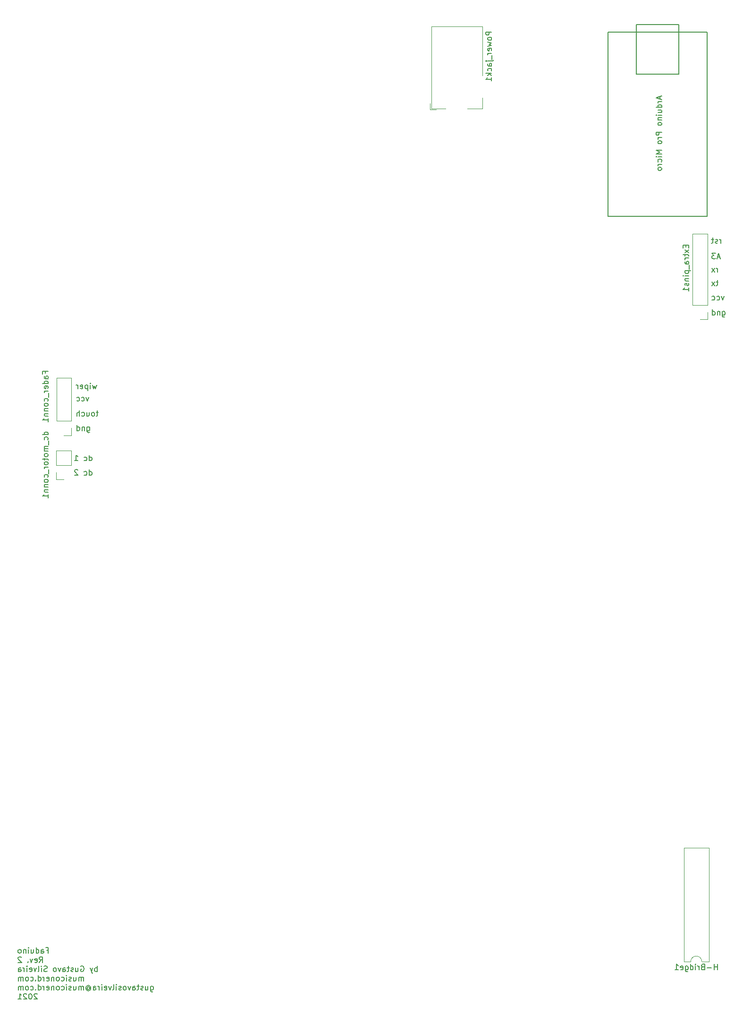
<source format=gbr>
%TF.GenerationSoftware,KiCad,Pcbnew,(5.1.7-0-10_14)*%
%TF.CreationDate,2021-09-21T18:25:25-03:00*%
%TF.ProjectId,Faduino-1,46616475-696e-46f2-9d31-2e6b69636164,1*%
%TF.SameCoordinates,Original*%
%TF.FileFunction,Legend,Bot*%
%TF.FilePolarity,Positive*%
%FSLAX46Y46*%
G04 Gerber Fmt 4.6, Leading zero omitted, Abs format (unit mm)*
G04 Created by KiCad (PCBNEW (5.1.7-0-10_14)) date 2021-09-21 18:25:25*
%MOMM*%
%LPD*%
G01*
G04 APERTURE LIST*
%ADD10C,0.150000*%
%ADD11C,0.120000*%
G04 APERTURE END LIST*
D10*
X184609524Y-80285714D02*
X184609524Y-81095238D01*
X184657143Y-81190476D01*
X184704762Y-81238095D01*
X184800000Y-81285714D01*
X184942857Y-81285714D01*
X185038095Y-81238095D01*
X184609524Y-80904761D02*
X184704762Y-80952380D01*
X184895238Y-80952380D01*
X184990476Y-80904761D01*
X185038095Y-80857142D01*
X185085714Y-80761904D01*
X185085714Y-80476190D01*
X185038095Y-80380952D01*
X184990476Y-80333333D01*
X184895238Y-80285714D01*
X184704762Y-80285714D01*
X184609524Y-80333333D01*
X184133333Y-80285714D02*
X184133333Y-80952380D01*
X184133333Y-80380952D02*
X184085714Y-80333333D01*
X183990476Y-80285714D01*
X183847619Y-80285714D01*
X183752381Y-80333333D01*
X183704762Y-80428571D01*
X183704762Y-80952380D01*
X182800000Y-80952380D02*
X182800000Y-79952380D01*
X182800000Y-80904761D02*
X182895238Y-80952380D01*
X183085714Y-80952380D01*
X183180952Y-80904761D01*
X183228571Y-80857142D01*
X183276190Y-80761904D01*
X183276190Y-80476190D01*
X183228571Y-80380952D01*
X183180952Y-80333333D01*
X183085714Y-80285714D01*
X182895238Y-80285714D01*
X182800000Y-80333333D01*
X184895238Y-77585714D02*
X184657142Y-78252380D01*
X184419047Y-77585714D01*
X183609523Y-78204761D02*
X183704761Y-78252380D01*
X183895238Y-78252380D01*
X183990476Y-78204761D01*
X184038095Y-78157142D01*
X184085714Y-78061904D01*
X184085714Y-77776190D01*
X184038095Y-77680952D01*
X183990476Y-77633333D01*
X183895238Y-77585714D01*
X183704761Y-77585714D01*
X183609523Y-77633333D01*
X182752380Y-78204761D02*
X182847619Y-78252380D01*
X183038095Y-78252380D01*
X183133333Y-78204761D01*
X183180952Y-78157142D01*
X183228571Y-78061904D01*
X183228571Y-77776190D01*
X183180952Y-77680952D01*
X183133333Y-77633333D01*
X183038095Y-77585714D01*
X182847619Y-77585714D01*
X182752380Y-77633333D01*
X183847619Y-74985714D02*
X183466666Y-74985714D01*
X183704761Y-74652380D02*
X183704761Y-75509523D01*
X183657142Y-75604761D01*
X183561904Y-75652380D01*
X183466666Y-75652380D01*
X183228571Y-75652380D02*
X182704761Y-74985714D01*
X183228571Y-74985714D02*
X182704761Y-75652380D01*
X183752380Y-73252380D02*
X183752380Y-72585714D01*
X183752380Y-72776190D02*
X183704761Y-72680952D01*
X183657142Y-72633333D01*
X183561904Y-72585714D01*
X183466666Y-72585714D01*
X183228570Y-73252380D02*
X182704761Y-72585714D01*
X183228570Y-72585714D02*
X182704761Y-73252380D01*
X184180952Y-70566666D02*
X183704762Y-70566666D01*
X184276190Y-70852380D02*
X183942857Y-69852380D01*
X183609524Y-70852380D01*
X183371428Y-69852380D02*
X182752381Y-69852380D01*
X183085714Y-70233333D01*
X182942857Y-70233333D01*
X182847619Y-70280952D01*
X182800000Y-70328571D01*
X182752381Y-70423809D01*
X182752381Y-70661904D01*
X182800000Y-70757142D01*
X182847619Y-70804761D01*
X182942857Y-70852380D01*
X183228571Y-70852380D01*
X183323809Y-70804761D01*
X183371428Y-70757142D01*
X184323809Y-68052380D02*
X184323809Y-67385714D01*
X184323809Y-67576190D02*
X184276190Y-67480952D01*
X184228571Y-67433333D01*
X184133333Y-67385714D01*
X184038095Y-67385714D01*
X183752381Y-68004761D02*
X183657143Y-68052380D01*
X183466666Y-68052380D01*
X183371428Y-68004761D01*
X183323809Y-67909523D01*
X183323809Y-67861904D01*
X183371428Y-67766666D01*
X183466666Y-67719047D01*
X183609524Y-67719047D01*
X183704762Y-67671428D01*
X183752381Y-67576190D01*
X183752381Y-67528571D01*
X183704762Y-67433333D01*
X183609524Y-67385714D01*
X183466666Y-67385714D01*
X183371428Y-67433333D01*
X183038095Y-67385714D02*
X182657143Y-67385714D01*
X182895238Y-67052380D02*
X182895238Y-67909523D01*
X182847619Y-68004761D01*
X182752381Y-68052380D01*
X182657143Y-68052380D01*
X71038095Y-109652380D02*
X71038095Y-108652380D01*
X71038095Y-109604761D02*
X71133333Y-109652380D01*
X71323809Y-109652380D01*
X71419047Y-109604761D01*
X71466667Y-109557142D01*
X71514286Y-109461904D01*
X71514286Y-109176190D01*
X71466667Y-109080952D01*
X71419047Y-109033333D01*
X71323809Y-108985714D01*
X71133333Y-108985714D01*
X71038095Y-109033333D01*
X70133333Y-109604761D02*
X70228571Y-109652380D01*
X70419047Y-109652380D01*
X70514286Y-109604761D01*
X70561905Y-109557142D01*
X70609524Y-109461904D01*
X70609524Y-109176190D01*
X70561905Y-109080952D01*
X70514286Y-109033333D01*
X70419047Y-108985714D01*
X70228571Y-108985714D01*
X70133333Y-109033333D01*
X68990476Y-108747619D02*
X68942857Y-108700000D01*
X68847619Y-108652380D01*
X68609524Y-108652380D01*
X68514286Y-108700000D01*
X68466667Y-108747619D01*
X68419047Y-108842857D01*
X68419047Y-108938095D01*
X68466667Y-109080952D01*
X69038095Y-109652380D01*
X68419047Y-109652380D01*
X71038095Y-107052380D02*
X71038095Y-106052380D01*
X71038095Y-107004761D02*
X71133333Y-107052380D01*
X71323809Y-107052380D01*
X71419047Y-107004761D01*
X71466667Y-106957142D01*
X71514286Y-106861904D01*
X71514286Y-106576190D01*
X71466667Y-106480952D01*
X71419047Y-106433333D01*
X71323809Y-106385714D01*
X71133333Y-106385714D01*
X71038095Y-106433333D01*
X70133333Y-107004761D02*
X70228571Y-107052380D01*
X70419047Y-107052380D01*
X70514286Y-107004761D01*
X70561905Y-106957142D01*
X70609524Y-106861904D01*
X70609524Y-106576190D01*
X70561905Y-106480952D01*
X70514286Y-106433333D01*
X70419047Y-106385714D01*
X70228571Y-106385714D01*
X70133333Y-106433333D01*
X68419047Y-107052380D02*
X68990476Y-107052380D01*
X68704762Y-107052380D02*
X68704762Y-106052380D01*
X68800000Y-106195238D01*
X68895238Y-106290476D01*
X68990476Y-106338095D01*
X70657143Y-100985714D02*
X70657143Y-101795238D01*
X70704762Y-101890476D01*
X70752381Y-101938095D01*
X70847619Y-101985714D01*
X70990476Y-101985714D01*
X71085714Y-101938095D01*
X70657143Y-101604761D02*
X70752381Y-101652380D01*
X70942857Y-101652380D01*
X71038095Y-101604761D01*
X71085714Y-101557142D01*
X71133333Y-101461904D01*
X71133333Y-101176190D01*
X71085714Y-101080952D01*
X71038095Y-101033333D01*
X70942857Y-100985714D01*
X70752381Y-100985714D01*
X70657143Y-101033333D01*
X70180952Y-100985714D02*
X70180952Y-101652380D01*
X70180952Y-101080952D02*
X70133333Y-101033333D01*
X70038095Y-100985714D01*
X69895238Y-100985714D01*
X69800000Y-101033333D01*
X69752381Y-101128571D01*
X69752381Y-101652380D01*
X68847619Y-101652380D02*
X68847619Y-100652380D01*
X68847619Y-101604761D02*
X68942857Y-101652380D01*
X69133333Y-101652380D01*
X69228571Y-101604761D01*
X69276190Y-101557142D01*
X69323809Y-101461904D01*
X69323809Y-101176190D01*
X69276190Y-101080952D01*
X69228571Y-101033333D01*
X69133333Y-100985714D01*
X68942857Y-100985714D01*
X68847619Y-101033333D01*
X72657142Y-98385714D02*
X72276190Y-98385714D01*
X72514285Y-98052380D02*
X72514285Y-98909523D01*
X72466666Y-99004761D01*
X72371428Y-99052380D01*
X72276190Y-99052380D01*
X71799999Y-99052380D02*
X71895237Y-99004761D01*
X71942856Y-98957142D01*
X71990475Y-98861904D01*
X71990475Y-98576190D01*
X71942856Y-98480952D01*
X71895237Y-98433333D01*
X71799999Y-98385714D01*
X71657142Y-98385714D01*
X71561904Y-98433333D01*
X71514285Y-98480952D01*
X71466666Y-98576190D01*
X71466666Y-98861904D01*
X71514285Y-98957142D01*
X71561904Y-99004761D01*
X71657142Y-99052380D01*
X71799999Y-99052380D01*
X70609523Y-98385714D02*
X70609523Y-99052380D01*
X71038094Y-98385714D02*
X71038094Y-98909523D01*
X70990475Y-99004761D01*
X70895237Y-99052380D01*
X70752380Y-99052380D01*
X70657142Y-99004761D01*
X70609523Y-98957142D01*
X69704761Y-99004761D02*
X69799999Y-99052380D01*
X69990475Y-99052380D01*
X70085713Y-99004761D01*
X70133332Y-98957142D01*
X70180952Y-98861904D01*
X70180952Y-98576190D01*
X70133332Y-98480952D01*
X70085713Y-98433333D01*
X69990475Y-98385714D01*
X69799999Y-98385714D01*
X69704761Y-98433333D01*
X69276190Y-99052380D02*
X69276190Y-98052380D01*
X68847618Y-99052380D02*
X68847618Y-98528571D01*
X68895237Y-98433333D01*
X68990475Y-98385714D01*
X69133332Y-98385714D01*
X69228571Y-98433333D01*
X69276190Y-98480952D01*
X70942857Y-95685714D02*
X70704761Y-96352380D01*
X70466666Y-95685714D01*
X69657142Y-96304761D02*
X69752380Y-96352380D01*
X69942857Y-96352380D01*
X70038095Y-96304761D01*
X70085714Y-96257142D01*
X70133333Y-96161904D01*
X70133333Y-95876190D01*
X70085714Y-95780952D01*
X70038095Y-95733333D01*
X69942857Y-95685714D01*
X69752380Y-95685714D01*
X69657142Y-95733333D01*
X68799999Y-96304761D02*
X68895238Y-96352380D01*
X69085714Y-96352380D01*
X69180952Y-96304761D01*
X69228571Y-96257142D01*
X69276190Y-96161904D01*
X69276190Y-95876190D01*
X69228571Y-95780952D01*
X69180952Y-95733333D01*
X69085714Y-95685714D01*
X68895238Y-95685714D01*
X68799999Y-95733333D01*
X72371428Y-93485714D02*
X72180952Y-94152380D01*
X71990476Y-93676190D01*
X71800000Y-94152380D01*
X71609524Y-93485714D01*
X71228571Y-94152380D02*
X71228571Y-93485714D01*
X71228571Y-93152380D02*
X71276190Y-93200000D01*
X71228571Y-93247619D01*
X71180952Y-93200000D01*
X71228571Y-93152380D01*
X71228571Y-93247619D01*
X70752381Y-93485714D02*
X70752381Y-94485714D01*
X70752381Y-93533333D02*
X70657143Y-93485714D01*
X70466666Y-93485714D01*
X70371428Y-93533333D01*
X70323809Y-93580952D01*
X70276190Y-93676190D01*
X70276190Y-93961904D01*
X70323809Y-94057142D01*
X70371428Y-94104761D01*
X70466666Y-94152380D01*
X70657143Y-94152380D01*
X70752381Y-94104761D01*
X69466666Y-94104761D02*
X69561905Y-94152380D01*
X69752381Y-94152380D01*
X69847619Y-94104761D01*
X69895238Y-94009523D01*
X69895238Y-93628571D01*
X69847619Y-93533333D01*
X69752381Y-93485714D01*
X69561905Y-93485714D01*
X69466666Y-93533333D01*
X69419047Y-93628571D01*
X69419047Y-93723809D01*
X69895238Y-93819047D01*
X68990476Y-94152380D02*
X68990476Y-93485714D01*
X68990476Y-93676190D02*
X68942857Y-93580952D01*
X68895238Y-93533333D01*
X68800000Y-93485714D01*
X68704762Y-93485714D01*
X63383214Y-194803571D02*
X63716547Y-194803571D01*
X63716547Y-195327380D02*
X63716547Y-194327380D01*
X63240357Y-194327380D01*
X62430833Y-195327380D02*
X62430833Y-194803571D01*
X62478452Y-194708333D01*
X62573690Y-194660714D01*
X62764166Y-194660714D01*
X62859404Y-194708333D01*
X62430833Y-195279761D02*
X62526071Y-195327380D01*
X62764166Y-195327380D01*
X62859404Y-195279761D01*
X62907023Y-195184523D01*
X62907023Y-195089285D01*
X62859404Y-194994047D01*
X62764166Y-194946428D01*
X62526071Y-194946428D01*
X62430833Y-194898809D01*
X61526071Y-195327380D02*
X61526071Y-194327380D01*
X61526071Y-195279761D02*
X61621309Y-195327380D01*
X61811785Y-195327380D01*
X61907023Y-195279761D01*
X61954642Y-195232142D01*
X62002261Y-195136904D01*
X62002261Y-194851190D01*
X61954642Y-194755952D01*
X61907023Y-194708333D01*
X61811785Y-194660714D01*
X61621309Y-194660714D01*
X61526071Y-194708333D01*
X60621309Y-194660714D02*
X60621309Y-195327380D01*
X61049880Y-194660714D02*
X61049880Y-195184523D01*
X61002261Y-195279761D01*
X60907023Y-195327380D01*
X60764166Y-195327380D01*
X60668928Y-195279761D01*
X60621309Y-195232142D01*
X60145119Y-195327380D02*
X60145119Y-194660714D01*
X60145119Y-194327380D02*
X60192738Y-194375000D01*
X60145119Y-194422619D01*
X60097500Y-194375000D01*
X60145119Y-194327380D01*
X60145119Y-194422619D01*
X59668928Y-194660714D02*
X59668928Y-195327380D01*
X59668928Y-194755952D02*
X59621309Y-194708333D01*
X59526071Y-194660714D01*
X59383214Y-194660714D01*
X59287976Y-194708333D01*
X59240357Y-194803571D01*
X59240357Y-195327380D01*
X58621309Y-195327380D02*
X58716547Y-195279761D01*
X58764166Y-195232142D01*
X58811785Y-195136904D01*
X58811785Y-194851190D01*
X58764166Y-194755952D01*
X58716547Y-194708333D01*
X58621309Y-194660714D01*
X58478452Y-194660714D01*
X58383214Y-194708333D01*
X58335595Y-194755952D01*
X58287976Y-194851190D01*
X58287976Y-195136904D01*
X58335595Y-195232142D01*
X58383214Y-195279761D01*
X58478452Y-195327380D01*
X58621309Y-195327380D01*
X62097500Y-196977380D02*
X62430833Y-196501190D01*
X62668928Y-196977380D02*
X62668928Y-195977380D01*
X62287976Y-195977380D01*
X62192738Y-196025000D01*
X62145119Y-196072619D01*
X62097500Y-196167857D01*
X62097500Y-196310714D01*
X62145119Y-196405952D01*
X62192738Y-196453571D01*
X62287976Y-196501190D01*
X62668928Y-196501190D01*
X61287976Y-196929761D02*
X61383214Y-196977380D01*
X61573690Y-196977380D01*
X61668928Y-196929761D01*
X61716547Y-196834523D01*
X61716547Y-196453571D01*
X61668928Y-196358333D01*
X61573690Y-196310714D01*
X61383214Y-196310714D01*
X61287976Y-196358333D01*
X61240357Y-196453571D01*
X61240357Y-196548809D01*
X61716547Y-196644047D01*
X60907023Y-196310714D02*
X60668928Y-196977380D01*
X60430833Y-196310714D01*
X60049880Y-196882142D02*
X60002261Y-196929761D01*
X60049880Y-196977380D01*
X60097500Y-196929761D01*
X60049880Y-196882142D01*
X60049880Y-196977380D01*
X58859404Y-196072619D02*
X58811785Y-196025000D01*
X58716547Y-195977380D01*
X58478452Y-195977380D01*
X58383214Y-196025000D01*
X58335595Y-196072619D01*
X58287976Y-196167857D01*
X58287976Y-196263095D01*
X58335595Y-196405952D01*
X58907023Y-196977380D01*
X58287976Y-196977380D01*
X72478452Y-198627380D02*
X72478452Y-197627380D01*
X72478452Y-198008333D02*
X72383214Y-197960714D01*
X72192738Y-197960714D01*
X72097500Y-198008333D01*
X72049880Y-198055952D01*
X72002261Y-198151190D01*
X72002261Y-198436904D01*
X72049880Y-198532142D01*
X72097500Y-198579761D01*
X72192738Y-198627380D01*
X72383214Y-198627380D01*
X72478452Y-198579761D01*
X71668928Y-197960714D02*
X71430833Y-198627380D01*
X71192738Y-197960714D02*
X71430833Y-198627380D01*
X71526071Y-198865476D01*
X71573690Y-198913095D01*
X71668928Y-198960714D01*
X69526071Y-197675000D02*
X69621309Y-197627380D01*
X69764166Y-197627380D01*
X69907023Y-197675000D01*
X70002261Y-197770238D01*
X70049880Y-197865476D01*
X70097500Y-198055952D01*
X70097500Y-198198809D01*
X70049880Y-198389285D01*
X70002261Y-198484523D01*
X69907023Y-198579761D01*
X69764166Y-198627380D01*
X69668928Y-198627380D01*
X69526071Y-198579761D01*
X69478452Y-198532142D01*
X69478452Y-198198809D01*
X69668928Y-198198809D01*
X68621309Y-197960714D02*
X68621309Y-198627380D01*
X69049880Y-197960714D02*
X69049880Y-198484523D01*
X69002261Y-198579761D01*
X68907023Y-198627380D01*
X68764166Y-198627380D01*
X68668928Y-198579761D01*
X68621309Y-198532142D01*
X68192738Y-198579761D02*
X68097500Y-198627380D01*
X67907023Y-198627380D01*
X67811785Y-198579761D01*
X67764166Y-198484523D01*
X67764166Y-198436904D01*
X67811785Y-198341666D01*
X67907023Y-198294047D01*
X68049880Y-198294047D01*
X68145119Y-198246428D01*
X68192738Y-198151190D01*
X68192738Y-198103571D01*
X68145119Y-198008333D01*
X68049880Y-197960714D01*
X67907023Y-197960714D01*
X67811785Y-198008333D01*
X67478452Y-197960714D02*
X67097500Y-197960714D01*
X67335595Y-197627380D02*
X67335595Y-198484523D01*
X67287976Y-198579761D01*
X67192738Y-198627380D01*
X67097500Y-198627380D01*
X66335595Y-198627380D02*
X66335595Y-198103571D01*
X66383214Y-198008333D01*
X66478452Y-197960714D01*
X66668928Y-197960714D01*
X66764166Y-198008333D01*
X66335595Y-198579761D02*
X66430833Y-198627380D01*
X66668928Y-198627380D01*
X66764166Y-198579761D01*
X66811785Y-198484523D01*
X66811785Y-198389285D01*
X66764166Y-198294047D01*
X66668928Y-198246428D01*
X66430833Y-198246428D01*
X66335595Y-198198809D01*
X65954642Y-197960714D02*
X65716547Y-198627380D01*
X65478452Y-197960714D01*
X64954642Y-198627380D02*
X65049880Y-198579761D01*
X65097500Y-198532142D01*
X65145119Y-198436904D01*
X65145119Y-198151190D01*
X65097500Y-198055952D01*
X65049880Y-198008333D01*
X64954642Y-197960714D01*
X64811785Y-197960714D01*
X64716547Y-198008333D01*
X64668928Y-198055952D01*
X64621309Y-198151190D01*
X64621309Y-198436904D01*
X64668928Y-198532142D01*
X64716547Y-198579761D01*
X64811785Y-198627380D01*
X64954642Y-198627380D01*
X63478452Y-198579761D02*
X63335595Y-198627380D01*
X63097500Y-198627380D01*
X63002261Y-198579761D01*
X62954642Y-198532142D01*
X62907023Y-198436904D01*
X62907023Y-198341666D01*
X62954642Y-198246428D01*
X63002261Y-198198809D01*
X63097500Y-198151190D01*
X63287976Y-198103571D01*
X63383214Y-198055952D01*
X63430833Y-198008333D01*
X63478452Y-197913095D01*
X63478452Y-197817857D01*
X63430833Y-197722619D01*
X63383214Y-197675000D01*
X63287976Y-197627380D01*
X63049880Y-197627380D01*
X62907023Y-197675000D01*
X62478452Y-198627380D02*
X62478452Y-197960714D01*
X62478452Y-197627380D02*
X62526071Y-197675000D01*
X62478452Y-197722619D01*
X62430833Y-197675000D01*
X62478452Y-197627380D01*
X62478452Y-197722619D01*
X61859404Y-198627380D02*
X61954642Y-198579761D01*
X62002261Y-198484523D01*
X62002261Y-197627380D01*
X61573690Y-197960714D02*
X61335595Y-198627380D01*
X61097500Y-197960714D01*
X60335595Y-198579761D02*
X60430833Y-198627380D01*
X60621309Y-198627380D01*
X60716547Y-198579761D01*
X60764166Y-198484523D01*
X60764166Y-198103571D01*
X60716547Y-198008333D01*
X60621309Y-197960714D01*
X60430833Y-197960714D01*
X60335595Y-198008333D01*
X60287976Y-198103571D01*
X60287976Y-198198809D01*
X60764166Y-198294047D01*
X59859404Y-198627380D02*
X59859404Y-197960714D01*
X59859404Y-197627380D02*
X59907023Y-197675000D01*
X59859404Y-197722619D01*
X59811785Y-197675000D01*
X59859404Y-197627380D01*
X59859404Y-197722619D01*
X59383214Y-198627380D02*
X59383214Y-197960714D01*
X59383214Y-198151190D02*
X59335595Y-198055952D01*
X59287976Y-198008333D01*
X59192738Y-197960714D01*
X59097500Y-197960714D01*
X58335595Y-198627380D02*
X58335595Y-198103571D01*
X58383214Y-198008333D01*
X58478452Y-197960714D01*
X58668928Y-197960714D01*
X58764166Y-198008333D01*
X58335595Y-198579761D02*
X58430833Y-198627380D01*
X58668928Y-198627380D01*
X58764166Y-198579761D01*
X58811785Y-198484523D01*
X58811785Y-198389285D01*
X58764166Y-198294047D01*
X58668928Y-198246428D01*
X58430833Y-198246428D01*
X58335595Y-198198809D01*
X70002261Y-200277380D02*
X70002261Y-199610714D01*
X70002261Y-199705952D02*
X69954642Y-199658333D01*
X69859404Y-199610714D01*
X69716547Y-199610714D01*
X69621309Y-199658333D01*
X69573690Y-199753571D01*
X69573690Y-200277380D01*
X69573690Y-199753571D02*
X69526071Y-199658333D01*
X69430833Y-199610714D01*
X69287976Y-199610714D01*
X69192738Y-199658333D01*
X69145119Y-199753571D01*
X69145119Y-200277380D01*
X68240357Y-199610714D02*
X68240357Y-200277380D01*
X68668928Y-199610714D02*
X68668928Y-200134523D01*
X68621309Y-200229761D01*
X68526071Y-200277380D01*
X68383214Y-200277380D01*
X68287976Y-200229761D01*
X68240357Y-200182142D01*
X67811785Y-200229761D02*
X67716547Y-200277380D01*
X67526071Y-200277380D01*
X67430833Y-200229761D01*
X67383214Y-200134523D01*
X67383214Y-200086904D01*
X67430833Y-199991666D01*
X67526071Y-199944047D01*
X67668928Y-199944047D01*
X67764166Y-199896428D01*
X67811785Y-199801190D01*
X67811785Y-199753571D01*
X67764166Y-199658333D01*
X67668928Y-199610714D01*
X67526071Y-199610714D01*
X67430833Y-199658333D01*
X66954642Y-200277380D02*
X66954642Y-199610714D01*
X66954642Y-199277380D02*
X67002261Y-199325000D01*
X66954642Y-199372619D01*
X66907023Y-199325000D01*
X66954642Y-199277380D01*
X66954642Y-199372619D01*
X66049880Y-200229761D02*
X66145119Y-200277380D01*
X66335595Y-200277380D01*
X66430833Y-200229761D01*
X66478452Y-200182142D01*
X66526071Y-200086904D01*
X66526071Y-199801190D01*
X66478452Y-199705952D01*
X66430833Y-199658333D01*
X66335595Y-199610714D01*
X66145119Y-199610714D01*
X66049880Y-199658333D01*
X65478452Y-200277380D02*
X65573690Y-200229761D01*
X65621309Y-200182142D01*
X65668928Y-200086904D01*
X65668928Y-199801190D01*
X65621309Y-199705952D01*
X65573690Y-199658333D01*
X65478452Y-199610714D01*
X65335595Y-199610714D01*
X65240357Y-199658333D01*
X65192738Y-199705952D01*
X65145119Y-199801190D01*
X65145119Y-200086904D01*
X65192738Y-200182142D01*
X65240357Y-200229761D01*
X65335595Y-200277380D01*
X65478452Y-200277380D01*
X64716547Y-199610714D02*
X64716547Y-200277380D01*
X64716547Y-199705952D02*
X64668928Y-199658333D01*
X64573690Y-199610714D01*
X64430833Y-199610714D01*
X64335595Y-199658333D01*
X64287976Y-199753571D01*
X64287976Y-200277380D01*
X63430833Y-200229761D02*
X63526071Y-200277380D01*
X63716547Y-200277380D01*
X63811785Y-200229761D01*
X63859404Y-200134523D01*
X63859404Y-199753571D01*
X63811785Y-199658333D01*
X63716547Y-199610714D01*
X63526071Y-199610714D01*
X63430833Y-199658333D01*
X63383214Y-199753571D01*
X63383214Y-199848809D01*
X63859404Y-199944047D01*
X62954642Y-200277380D02*
X62954642Y-199610714D01*
X62954642Y-199801190D02*
X62907023Y-199705952D01*
X62859404Y-199658333D01*
X62764166Y-199610714D01*
X62668928Y-199610714D01*
X61907023Y-200277380D02*
X61907023Y-199277380D01*
X61907023Y-200229761D02*
X62002261Y-200277380D01*
X62192738Y-200277380D01*
X62287976Y-200229761D01*
X62335595Y-200182142D01*
X62383214Y-200086904D01*
X62383214Y-199801190D01*
X62335595Y-199705952D01*
X62287976Y-199658333D01*
X62192738Y-199610714D01*
X62002261Y-199610714D01*
X61907023Y-199658333D01*
X61430833Y-200182142D02*
X61383214Y-200229761D01*
X61430833Y-200277380D01*
X61478452Y-200229761D01*
X61430833Y-200182142D01*
X61430833Y-200277380D01*
X60526071Y-200229761D02*
X60621309Y-200277380D01*
X60811785Y-200277380D01*
X60907023Y-200229761D01*
X60954642Y-200182142D01*
X61002261Y-200086904D01*
X61002261Y-199801190D01*
X60954642Y-199705952D01*
X60907023Y-199658333D01*
X60811785Y-199610714D01*
X60621309Y-199610714D01*
X60526071Y-199658333D01*
X59954642Y-200277380D02*
X60049880Y-200229761D01*
X60097500Y-200182142D01*
X60145119Y-200086904D01*
X60145119Y-199801190D01*
X60097500Y-199705952D01*
X60049880Y-199658333D01*
X59954642Y-199610714D01*
X59811785Y-199610714D01*
X59716547Y-199658333D01*
X59668928Y-199705952D01*
X59621309Y-199801190D01*
X59621309Y-200086904D01*
X59668928Y-200182142D01*
X59716547Y-200229761D01*
X59811785Y-200277380D01*
X59954642Y-200277380D01*
X59192738Y-200277380D02*
X59192738Y-199610714D01*
X59192738Y-199705952D02*
X59145119Y-199658333D01*
X59049880Y-199610714D01*
X58907023Y-199610714D01*
X58811785Y-199658333D01*
X58764166Y-199753571D01*
X58764166Y-200277380D01*
X58764166Y-199753571D02*
X58716547Y-199658333D01*
X58621309Y-199610714D01*
X58478452Y-199610714D01*
X58383214Y-199658333D01*
X58335595Y-199753571D01*
X58335595Y-200277380D01*
X82049880Y-201260714D02*
X82049880Y-202070238D01*
X82097500Y-202165476D01*
X82145119Y-202213095D01*
X82240357Y-202260714D01*
X82383214Y-202260714D01*
X82478452Y-202213095D01*
X82049880Y-201879761D02*
X82145119Y-201927380D01*
X82335595Y-201927380D01*
X82430833Y-201879761D01*
X82478452Y-201832142D01*
X82526071Y-201736904D01*
X82526071Y-201451190D01*
X82478452Y-201355952D01*
X82430833Y-201308333D01*
X82335595Y-201260714D01*
X82145119Y-201260714D01*
X82049880Y-201308333D01*
X81145119Y-201260714D02*
X81145119Y-201927380D01*
X81573690Y-201260714D02*
X81573690Y-201784523D01*
X81526071Y-201879761D01*
X81430833Y-201927380D01*
X81287976Y-201927380D01*
X81192738Y-201879761D01*
X81145119Y-201832142D01*
X80716547Y-201879761D02*
X80621309Y-201927380D01*
X80430833Y-201927380D01*
X80335595Y-201879761D01*
X80287976Y-201784523D01*
X80287976Y-201736904D01*
X80335595Y-201641666D01*
X80430833Y-201594047D01*
X80573690Y-201594047D01*
X80668928Y-201546428D01*
X80716547Y-201451190D01*
X80716547Y-201403571D01*
X80668928Y-201308333D01*
X80573690Y-201260714D01*
X80430833Y-201260714D01*
X80335595Y-201308333D01*
X80002261Y-201260714D02*
X79621309Y-201260714D01*
X79859404Y-200927380D02*
X79859404Y-201784523D01*
X79811785Y-201879761D01*
X79716547Y-201927380D01*
X79621309Y-201927380D01*
X78859404Y-201927380D02*
X78859404Y-201403571D01*
X78907023Y-201308333D01*
X79002261Y-201260714D01*
X79192738Y-201260714D01*
X79287976Y-201308333D01*
X78859404Y-201879761D02*
X78954642Y-201927380D01*
X79192738Y-201927380D01*
X79287976Y-201879761D01*
X79335595Y-201784523D01*
X79335595Y-201689285D01*
X79287976Y-201594047D01*
X79192738Y-201546428D01*
X78954642Y-201546428D01*
X78859404Y-201498809D01*
X78478452Y-201260714D02*
X78240357Y-201927380D01*
X78002261Y-201260714D01*
X77478452Y-201927380D02*
X77573690Y-201879761D01*
X77621309Y-201832142D01*
X77668928Y-201736904D01*
X77668928Y-201451190D01*
X77621309Y-201355952D01*
X77573690Y-201308333D01*
X77478452Y-201260714D01*
X77335595Y-201260714D01*
X77240357Y-201308333D01*
X77192738Y-201355952D01*
X77145119Y-201451190D01*
X77145119Y-201736904D01*
X77192738Y-201832142D01*
X77240357Y-201879761D01*
X77335595Y-201927380D01*
X77478452Y-201927380D01*
X76764166Y-201879761D02*
X76668928Y-201927380D01*
X76478452Y-201927380D01*
X76383214Y-201879761D01*
X76335595Y-201784523D01*
X76335595Y-201736904D01*
X76383214Y-201641666D01*
X76478452Y-201594047D01*
X76621309Y-201594047D01*
X76716547Y-201546428D01*
X76764166Y-201451190D01*
X76764166Y-201403571D01*
X76716547Y-201308333D01*
X76621309Y-201260714D01*
X76478452Y-201260714D01*
X76383214Y-201308333D01*
X75907023Y-201927380D02*
X75907023Y-201260714D01*
X75907023Y-200927380D02*
X75954642Y-200975000D01*
X75907023Y-201022619D01*
X75859404Y-200975000D01*
X75907023Y-200927380D01*
X75907023Y-201022619D01*
X75287976Y-201927380D02*
X75383214Y-201879761D01*
X75430833Y-201784523D01*
X75430833Y-200927380D01*
X75002261Y-201260714D02*
X74764166Y-201927380D01*
X74526071Y-201260714D01*
X73764166Y-201879761D02*
X73859404Y-201927380D01*
X74049880Y-201927380D01*
X74145119Y-201879761D01*
X74192738Y-201784523D01*
X74192738Y-201403571D01*
X74145119Y-201308333D01*
X74049880Y-201260714D01*
X73859404Y-201260714D01*
X73764166Y-201308333D01*
X73716547Y-201403571D01*
X73716547Y-201498809D01*
X74192738Y-201594047D01*
X73287976Y-201927380D02*
X73287976Y-201260714D01*
X73287976Y-200927380D02*
X73335595Y-200975000D01*
X73287976Y-201022619D01*
X73240357Y-200975000D01*
X73287976Y-200927380D01*
X73287976Y-201022619D01*
X72811785Y-201927380D02*
X72811785Y-201260714D01*
X72811785Y-201451190D02*
X72764166Y-201355952D01*
X72716547Y-201308333D01*
X72621309Y-201260714D01*
X72526071Y-201260714D01*
X71764166Y-201927380D02*
X71764166Y-201403571D01*
X71811785Y-201308333D01*
X71907023Y-201260714D01*
X72097500Y-201260714D01*
X72192738Y-201308333D01*
X71764166Y-201879761D02*
X71859404Y-201927380D01*
X72097500Y-201927380D01*
X72192738Y-201879761D01*
X72240357Y-201784523D01*
X72240357Y-201689285D01*
X72192738Y-201594047D01*
X72097500Y-201546428D01*
X71859404Y-201546428D01*
X71764166Y-201498809D01*
X70668928Y-201451190D02*
X70716547Y-201403571D01*
X70811785Y-201355952D01*
X70907023Y-201355952D01*
X71002261Y-201403571D01*
X71049880Y-201451190D01*
X71097500Y-201546428D01*
X71097500Y-201641666D01*
X71049880Y-201736904D01*
X71002261Y-201784523D01*
X70907023Y-201832142D01*
X70811785Y-201832142D01*
X70716547Y-201784523D01*
X70668928Y-201736904D01*
X70668928Y-201355952D02*
X70668928Y-201736904D01*
X70621309Y-201784523D01*
X70573690Y-201784523D01*
X70478452Y-201736904D01*
X70430833Y-201641666D01*
X70430833Y-201403571D01*
X70526071Y-201260714D01*
X70668928Y-201165476D01*
X70859404Y-201117857D01*
X71049880Y-201165476D01*
X71192738Y-201260714D01*
X71287976Y-201403571D01*
X71335595Y-201594047D01*
X71287976Y-201784523D01*
X71192738Y-201927380D01*
X71049880Y-202022619D01*
X70859404Y-202070238D01*
X70668928Y-202022619D01*
X70526071Y-201927380D01*
X70002261Y-201927380D02*
X70002261Y-201260714D01*
X70002261Y-201355952D02*
X69954642Y-201308333D01*
X69859404Y-201260714D01*
X69716547Y-201260714D01*
X69621309Y-201308333D01*
X69573690Y-201403571D01*
X69573690Y-201927380D01*
X69573690Y-201403571D02*
X69526071Y-201308333D01*
X69430833Y-201260714D01*
X69287976Y-201260714D01*
X69192738Y-201308333D01*
X69145119Y-201403571D01*
X69145119Y-201927380D01*
X68240357Y-201260714D02*
X68240357Y-201927380D01*
X68668928Y-201260714D02*
X68668928Y-201784523D01*
X68621309Y-201879761D01*
X68526071Y-201927380D01*
X68383214Y-201927380D01*
X68287976Y-201879761D01*
X68240357Y-201832142D01*
X67811785Y-201879761D02*
X67716547Y-201927380D01*
X67526071Y-201927380D01*
X67430833Y-201879761D01*
X67383214Y-201784523D01*
X67383214Y-201736904D01*
X67430833Y-201641666D01*
X67526071Y-201594047D01*
X67668928Y-201594047D01*
X67764166Y-201546428D01*
X67811785Y-201451190D01*
X67811785Y-201403571D01*
X67764166Y-201308333D01*
X67668928Y-201260714D01*
X67526071Y-201260714D01*
X67430833Y-201308333D01*
X66954642Y-201927380D02*
X66954642Y-201260714D01*
X66954642Y-200927380D02*
X67002261Y-200975000D01*
X66954642Y-201022619D01*
X66907023Y-200975000D01*
X66954642Y-200927380D01*
X66954642Y-201022619D01*
X66049880Y-201879761D02*
X66145119Y-201927380D01*
X66335595Y-201927380D01*
X66430833Y-201879761D01*
X66478452Y-201832142D01*
X66526071Y-201736904D01*
X66526071Y-201451190D01*
X66478452Y-201355952D01*
X66430833Y-201308333D01*
X66335595Y-201260714D01*
X66145119Y-201260714D01*
X66049880Y-201308333D01*
X65478452Y-201927380D02*
X65573690Y-201879761D01*
X65621309Y-201832142D01*
X65668928Y-201736904D01*
X65668928Y-201451190D01*
X65621309Y-201355952D01*
X65573690Y-201308333D01*
X65478452Y-201260714D01*
X65335595Y-201260714D01*
X65240357Y-201308333D01*
X65192738Y-201355952D01*
X65145119Y-201451190D01*
X65145119Y-201736904D01*
X65192738Y-201832142D01*
X65240357Y-201879761D01*
X65335595Y-201927380D01*
X65478452Y-201927380D01*
X64716547Y-201260714D02*
X64716547Y-201927380D01*
X64716547Y-201355952D02*
X64668928Y-201308333D01*
X64573690Y-201260714D01*
X64430833Y-201260714D01*
X64335595Y-201308333D01*
X64287976Y-201403571D01*
X64287976Y-201927380D01*
X63430833Y-201879761D02*
X63526071Y-201927380D01*
X63716547Y-201927380D01*
X63811785Y-201879761D01*
X63859404Y-201784523D01*
X63859404Y-201403571D01*
X63811785Y-201308333D01*
X63716547Y-201260714D01*
X63526071Y-201260714D01*
X63430833Y-201308333D01*
X63383214Y-201403571D01*
X63383214Y-201498809D01*
X63859404Y-201594047D01*
X62954642Y-201927380D02*
X62954642Y-201260714D01*
X62954642Y-201451190D02*
X62907023Y-201355952D01*
X62859404Y-201308333D01*
X62764166Y-201260714D01*
X62668928Y-201260714D01*
X61907023Y-201927380D02*
X61907023Y-200927380D01*
X61907023Y-201879761D02*
X62002261Y-201927380D01*
X62192738Y-201927380D01*
X62287976Y-201879761D01*
X62335595Y-201832142D01*
X62383214Y-201736904D01*
X62383214Y-201451190D01*
X62335595Y-201355952D01*
X62287976Y-201308333D01*
X62192738Y-201260714D01*
X62002261Y-201260714D01*
X61907023Y-201308333D01*
X61430833Y-201832142D02*
X61383214Y-201879761D01*
X61430833Y-201927380D01*
X61478452Y-201879761D01*
X61430833Y-201832142D01*
X61430833Y-201927380D01*
X60526071Y-201879761D02*
X60621309Y-201927380D01*
X60811785Y-201927380D01*
X60907023Y-201879761D01*
X60954642Y-201832142D01*
X61002261Y-201736904D01*
X61002261Y-201451190D01*
X60954642Y-201355952D01*
X60907023Y-201308333D01*
X60811785Y-201260714D01*
X60621309Y-201260714D01*
X60526071Y-201308333D01*
X59954642Y-201927380D02*
X60049880Y-201879761D01*
X60097500Y-201832142D01*
X60145119Y-201736904D01*
X60145119Y-201451190D01*
X60097500Y-201355952D01*
X60049880Y-201308333D01*
X59954642Y-201260714D01*
X59811785Y-201260714D01*
X59716547Y-201308333D01*
X59668928Y-201355952D01*
X59621309Y-201451190D01*
X59621309Y-201736904D01*
X59668928Y-201832142D01*
X59716547Y-201879761D01*
X59811785Y-201927380D01*
X59954642Y-201927380D01*
X59192738Y-201927380D02*
X59192738Y-201260714D01*
X59192738Y-201355952D02*
X59145119Y-201308333D01*
X59049880Y-201260714D01*
X58907023Y-201260714D01*
X58811785Y-201308333D01*
X58764166Y-201403571D01*
X58764166Y-201927380D01*
X58764166Y-201403571D02*
X58716547Y-201308333D01*
X58621309Y-201260714D01*
X58478452Y-201260714D01*
X58383214Y-201308333D01*
X58335595Y-201403571D01*
X58335595Y-201927380D01*
X61716547Y-202672619D02*
X61668928Y-202625000D01*
X61573690Y-202577380D01*
X61335595Y-202577380D01*
X61240357Y-202625000D01*
X61192738Y-202672619D01*
X61145119Y-202767857D01*
X61145119Y-202863095D01*
X61192738Y-203005952D01*
X61764166Y-203577380D01*
X61145119Y-203577380D01*
X60526071Y-202577380D02*
X60430833Y-202577380D01*
X60335595Y-202625000D01*
X60287976Y-202672619D01*
X60240357Y-202767857D01*
X60192738Y-202958333D01*
X60192738Y-203196428D01*
X60240357Y-203386904D01*
X60287976Y-203482142D01*
X60335595Y-203529761D01*
X60430833Y-203577380D01*
X60526071Y-203577380D01*
X60621309Y-203529761D01*
X60668928Y-203482142D01*
X60716547Y-203386904D01*
X60764166Y-203196428D01*
X60764166Y-202958333D01*
X60716547Y-202767857D01*
X60668928Y-202672619D01*
X60621309Y-202625000D01*
X60526071Y-202577380D01*
X59811785Y-202672619D02*
X59764166Y-202625000D01*
X59668928Y-202577380D01*
X59430833Y-202577380D01*
X59335595Y-202625000D01*
X59287976Y-202672619D01*
X59240357Y-202767857D01*
X59240357Y-202863095D01*
X59287976Y-203005952D01*
X59859404Y-203577380D01*
X59240357Y-203577380D01*
X58287976Y-203577380D02*
X58859404Y-203577380D01*
X58573690Y-203577380D02*
X58573690Y-202577380D01*
X58668928Y-202720238D01*
X58764166Y-202815476D01*
X58859404Y-202863095D01*
D11*
%TO.C,dc_motor_conn1*%
X65145000Y-110430000D02*
X66475000Y-110430000D01*
X65145000Y-109100000D02*
X65145000Y-110430000D01*
X65145000Y-107830000D02*
X67805000Y-107830000D01*
X67805000Y-107830000D02*
X67805000Y-105230000D01*
X65145000Y-107830000D02*
X65145000Y-105230000D01*
X65145000Y-105230000D02*
X67805000Y-105230000D01*
%TO.C,Extra_pins1*%
X180590000Y-81740000D02*
X181920000Y-81740000D01*
X181920000Y-81740000D02*
X181920000Y-80410000D01*
X181920000Y-79140000D02*
X181920000Y-66380000D01*
X179260000Y-66380000D02*
X181920000Y-66380000D01*
X179260000Y-79140000D02*
X179260000Y-66380000D01*
X179260000Y-79140000D02*
X181920000Y-79140000D01*
%TO.C,Fader_conn1*%
X66500000Y-102510000D02*
X67830000Y-102510000D01*
X67830000Y-102510000D02*
X67830000Y-101180000D01*
X67830000Y-99910000D02*
X67830000Y-92230000D01*
X65170000Y-92230000D02*
X67830000Y-92230000D01*
X65170000Y-99910000D02*
X65170000Y-92230000D01*
X65170000Y-99910000D02*
X67830000Y-99910000D01*
%TO.C,H-Bridge1*%
X182180000Y-196860000D02*
X180930000Y-196860000D01*
X182180000Y-176420000D02*
X182180000Y-196860000D01*
X177680000Y-176420000D02*
X182180000Y-176420000D01*
X177680000Y-196860000D02*
X177680000Y-176420000D01*
X178930000Y-196860000D02*
X177680000Y-196860000D01*
X180930000Y-196860000D02*
G75*
G03*
X178930000Y-196860000I-1000000J0D01*
G01*
%TO.C,Power_jack1*%
X132400000Y-43900000D02*
X135000000Y-43900000D01*
X132400000Y-29200000D02*
X132400000Y-43900000D01*
X141600000Y-43900000D02*
X141600000Y-42000000D01*
X138900000Y-43900000D02*
X141600000Y-43900000D01*
X141600000Y-29200000D02*
X132400000Y-29200000D01*
X141600000Y-38000000D02*
X141600000Y-29200000D01*
X132200000Y-43050000D02*
X132200000Y-44100000D01*
X133250000Y-44100000D02*
X132200000Y-44100000D01*
D10*
%TO.C,Arduino Pro Micro*%
X176810000Y-37780000D02*
X176810000Y-28890000D01*
X176810000Y-28890000D02*
X169190000Y-28890000D01*
X169190000Y-28890000D02*
X169190000Y-37780000D01*
X169190000Y-37780000D02*
X176810000Y-37780000D01*
X164110000Y-30200000D02*
X164110000Y-63240000D01*
X164110000Y-63240000D02*
X181890000Y-63240000D01*
X181890000Y-63240000D02*
X181890000Y-30200000D01*
X181890000Y-30200000D02*
X164110000Y-30200000D01*
%TO.C,dc_motor_conn1*%
X63652380Y-102395238D02*
X62652380Y-102395238D01*
X63604761Y-102395238D02*
X63652380Y-102300000D01*
X63652380Y-102109523D01*
X63604761Y-102014285D01*
X63557142Y-101966666D01*
X63461904Y-101919047D01*
X63176190Y-101919047D01*
X63080952Y-101966666D01*
X63033333Y-102014285D01*
X62985714Y-102109523D01*
X62985714Y-102300000D01*
X63033333Y-102395238D01*
X63604761Y-103300000D02*
X63652380Y-103204761D01*
X63652380Y-103014285D01*
X63604761Y-102919047D01*
X63557142Y-102871428D01*
X63461904Y-102823809D01*
X63176190Y-102823809D01*
X63080952Y-102871428D01*
X63033333Y-102919047D01*
X62985714Y-103014285D01*
X62985714Y-103204761D01*
X63033333Y-103300000D01*
X63747619Y-103490476D02*
X63747619Y-104252380D01*
X63652380Y-104490476D02*
X62985714Y-104490476D01*
X63080952Y-104490476D02*
X63033333Y-104538095D01*
X62985714Y-104633333D01*
X62985714Y-104776190D01*
X63033333Y-104871428D01*
X63128571Y-104919047D01*
X63652380Y-104919047D01*
X63128571Y-104919047D02*
X63033333Y-104966666D01*
X62985714Y-105061904D01*
X62985714Y-105204761D01*
X63033333Y-105300000D01*
X63128571Y-105347619D01*
X63652380Y-105347619D01*
X63652380Y-105966666D02*
X63604761Y-105871428D01*
X63557142Y-105823809D01*
X63461904Y-105776190D01*
X63176190Y-105776190D01*
X63080952Y-105823809D01*
X63033333Y-105871428D01*
X62985714Y-105966666D01*
X62985714Y-106109523D01*
X63033333Y-106204761D01*
X63080952Y-106252380D01*
X63176190Y-106300000D01*
X63461904Y-106300000D01*
X63557142Y-106252380D01*
X63604761Y-106204761D01*
X63652380Y-106109523D01*
X63652380Y-105966666D01*
X62985714Y-106585714D02*
X62985714Y-106966666D01*
X62652380Y-106728571D02*
X63509523Y-106728571D01*
X63604761Y-106776190D01*
X63652380Y-106871428D01*
X63652380Y-106966666D01*
X63652380Y-107442857D02*
X63604761Y-107347619D01*
X63557142Y-107300000D01*
X63461904Y-107252380D01*
X63176190Y-107252380D01*
X63080952Y-107300000D01*
X63033333Y-107347619D01*
X62985714Y-107442857D01*
X62985714Y-107585714D01*
X63033333Y-107680952D01*
X63080952Y-107728571D01*
X63176190Y-107776190D01*
X63461904Y-107776190D01*
X63557142Y-107728571D01*
X63604761Y-107680952D01*
X63652380Y-107585714D01*
X63652380Y-107442857D01*
X63652380Y-108204761D02*
X62985714Y-108204761D01*
X63176190Y-108204761D02*
X63080952Y-108252380D01*
X63033333Y-108300000D01*
X62985714Y-108395238D01*
X62985714Y-108490476D01*
X63747619Y-108585714D02*
X63747619Y-109347619D01*
X63604761Y-110014285D02*
X63652380Y-109919047D01*
X63652380Y-109728571D01*
X63604761Y-109633333D01*
X63557142Y-109585714D01*
X63461904Y-109538095D01*
X63176190Y-109538095D01*
X63080952Y-109585714D01*
X63033333Y-109633333D01*
X62985714Y-109728571D01*
X62985714Y-109919047D01*
X63033333Y-110014285D01*
X63652380Y-110585714D02*
X63604761Y-110490476D01*
X63557142Y-110442857D01*
X63461904Y-110395238D01*
X63176190Y-110395238D01*
X63080952Y-110442857D01*
X63033333Y-110490476D01*
X62985714Y-110585714D01*
X62985714Y-110728571D01*
X63033333Y-110823809D01*
X63080952Y-110871428D01*
X63176190Y-110919047D01*
X63461904Y-110919047D01*
X63557142Y-110871428D01*
X63604761Y-110823809D01*
X63652380Y-110728571D01*
X63652380Y-110585714D01*
X62985714Y-111347619D02*
X63652380Y-111347619D01*
X63080952Y-111347619D02*
X63033333Y-111395238D01*
X62985714Y-111490476D01*
X62985714Y-111633333D01*
X63033333Y-111728571D01*
X63128571Y-111776190D01*
X63652380Y-111776190D01*
X62985714Y-112252380D02*
X63652380Y-112252380D01*
X63080952Y-112252380D02*
X63033333Y-112300000D01*
X62985714Y-112395238D01*
X62985714Y-112538095D01*
X63033333Y-112633333D01*
X63128571Y-112680952D01*
X63652380Y-112680952D01*
X63652380Y-113680952D02*
X63652380Y-113109523D01*
X63652380Y-113395238D02*
X62652380Y-113395238D01*
X62795238Y-113300000D01*
X62890476Y-113204761D01*
X62938095Y-113109523D01*
%TO.C,Extra_pins1*%
X178028571Y-68428571D02*
X178028571Y-68761904D01*
X178552380Y-68904761D02*
X178552380Y-68428571D01*
X177552380Y-68428571D01*
X177552380Y-68904761D01*
X178552380Y-69238095D02*
X177885714Y-69761904D01*
X177885714Y-69238095D02*
X178552380Y-69761904D01*
X177885714Y-70000000D02*
X177885714Y-70380952D01*
X177552380Y-70142857D02*
X178409523Y-70142857D01*
X178504761Y-70190476D01*
X178552380Y-70285714D01*
X178552380Y-70380952D01*
X178552380Y-70714285D02*
X177885714Y-70714285D01*
X178076190Y-70714285D02*
X177980952Y-70761904D01*
X177933333Y-70809523D01*
X177885714Y-70904761D01*
X177885714Y-71000000D01*
X178552380Y-71761904D02*
X178028571Y-71761904D01*
X177933333Y-71714285D01*
X177885714Y-71619047D01*
X177885714Y-71428571D01*
X177933333Y-71333333D01*
X178504761Y-71761904D02*
X178552380Y-71666666D01*
X178552380Y-71428571D01*
X178504761Y-71333333D01*
X178409523Y-71285714D01*
X178314285Y-71285714D01*
X178219047Y-71333333D01*
X178171428Y-71428571D01*
X178171428Y-71666666D01*
X178123809Y-71761904D01*
X178647619Y-72000000D02*
X178647619Y-72761904D01*
X177885714Y-73000000D02*
X178885714Y-73000000D01*
X177933333Y-73000000D02*
X177885714Y-73095238D01*
X177885714Y-73285714D01*
X177933333Y-73380952D01*
X177980952Y-73428571D01*
X178076190Y-73476190D01*
X178361904Y-73476190D01*
X178457142Y-73428571D01*
X178504761Y-73380952D01*
X178552380Y-73285714D01*
X178552380Y-73095238D01*
X178504761Y-73000000D01*
X178552380Y-73904761D02*
X177885714Y-73904761D01*
X177552380Y-73904761D02*
X177600000Y-73857142D01*
X177647619Y-73904761D01*
X177600000Y-73952380D01*
X177552380Y-73904761D01*
X177647619Y-73904761D01*
X177885714Y-74380952D02*
X178552380Y-74380952D01*
X177980952Y-74380952D02*
X177933333Y-74428571D01*
X177885714Y-74523809D01*
X177885714Y-74666666D01*
X177933333Y-74761904D01*
X178028571Y-74809523D01*
X178552380Y-74809523D01*
X178504761Y-75238095D02*
X178552380Y-75333333D01*
X178552380Y-75523809D01*
X178504761Y-75619047D01*
X178409523Y-75666666D01*
X178361904Y-75666666D01*
X178266666Y-75619047D01*
X178219047Y-75523809D01*
X178219047Y-75380952D01*
X178171428Y-75285714D01*
X178076190Y-75238095D01*
X178028571Y-75238095D01*
X177933333Y-75285714D01*
X177885714Y-75380952D01*
X177885714Y-75523809D01*
X177933333Y-75619047D01*
X178552380Y-76619047D02*
X178552380Y-76047619D01*
X178552380Y-76333333D02*
X177552380Y-76333333D01*
X177695238Y-76238095D01*
X177790476Y-76142857D01*
X177838095Y-76047619D01*
%TO.C,Fader_conn1*%
X63128571Y-91377142D02*
X63128571Y-91043809D01*
X63652380Y-91043809D02*
X62652380Y-91043809D01*
X62652380Y-91520000D01*
X63652380Y-92329523D02*
X63128571Y-92329523D01*
X63033333Y-92281904D01*
X62985714Y-92186666D01*
X62985714Y-91996190D01*
X63033333Y-91900952D01*
X63604761Y-92329523D02*
X63652380Y-92234285D01*
X63652380Y-91996190D01*
X63604761Y-91900952D01*
X63509523Y-91853333D01*
X63414285Y-91853333D01*
X63319047Y-91900952D01*
X63271428Y-91996190D01*
X63271428Y-92234285D01*
X63223809Y-92329523D01*
X63652380Y-93234285D02*
X62652380Y-93234285D01*
X63604761Y-93234285D02*
X63652380Y-93139047D01*
X63652380Y-92948571D01*
X63604761Y-92853333D01*
X63557142Y-92805714D01*
X63461904Y-92758095D01*
X63176190Y-92758095D01*
X63080952Y-92805714D01*
X63033333Y-92853333D01*
X62985714Y-92948571D01*
X62985714Y-93139047D01*
X63033333Y-93234285D01*
X63604761Y-94091428D02*
X63652380Y-93996190D01*
X63652380Y-93805714D01*
X63604761Y-93710476D01*
X63509523Y-93662857D01*
X63128571Y-93662857D01*
X63033333Y-93710476D01*
X62985714Y-93805714D01*
X62985714Y-93996190D01*
X63033333Y-94091428D01*
X63128571Y-94139047D01*
X63223809Y-94139047D01*
X63319047Y-93662857D01*
X63652380Y-94567619D02*
X62985714Y-94567619D01*
X63176190Y-94567619D02*
X63080952Y-94615238D01*
X63033333Y-94662857D01*
X62985714Y-94758095D01*
X62985714Y-94853333D01*
X63747619Y-94948571D02*
X63747619Y-95710476D01*
X63604761Y-96377142D02*
X63652380Y-96281904D01*
X63652380Y-96091428D01*
X63604761Y-95996190D01*
X63557142Y-95948571D01*
X63461904Y-95900952D01*
X63176190Y-95900952D01*
X63080952Y-95948571D01*
X63033333Y-95996190D01*
X62985714Y-96091428D01*
X62985714Y-96281904D01*
X63033333Y-96377142D01*
X63652380Y-96948571D02*
X63604761Y-96853333D01*
X63557142Y-96805714D01*
X63461904Y-96758095D01*
X63176190Y-96758095D01*
X63080952Y-96805714D01*
X63033333Y-96853333D01*
X62985714Y-96948571D01*
X62985714Y-97091428D01*
X63033333Y-97186666D01*
X63080952Y-97234285D01*
X63176190Y-97281904D01*
X63461904Y-97281904D01*
X63557142Y-97234285D01*
X63604761Y-97186666D01*
X63652380Y-97091428D01*
X63652380Y-96948571D01*
X62985714Y-97710476D02*
X63652380Y-97710476D01*
X63080952Y-97710476D02*
X63033333Y-97758095D01*
X62985714Y-97853333D01*
X62985714Y-97996190D01*
X63033333Y-98091428D01*
X63128571Y-98139047D01*
X63652380Y-98139047D01*
X62985714Y-98615238D02*
X63652380Y-98615238D01*
X63080952Y-98615238D02*
X63033333Y-98662857D01*
X62985714Y-98758095D01*
X62985714Y-98900952D01*
X63033333Y-98996190D01*
X63128571Y-99043809D01*
X63652380Y-99043809D01*
X63652380Y-100043809D02*
X63652380Y-99472380D01*
X63652380Y-99758095D02*
X62652380Y-99758095D01*
X62795238Y-99662857D01*
X62890476Y-99567619D01*
X62938095Y-99472380D01*
%TO.C,H-Bridge1*%
X183691904Y-198312380D02*
X183691904Y-197312380D01*
X183691904Y-197788571D02*
X183120476Y-197788571D01*
X183120476Y-198312380D02*
X183120476Y-197312380D01*
X182644285Y-197931428D02*
X181882380Y-197931428D01*
X181072857Y-197788571D02*
X180930000Y-197836190D01*
X180882380Y-197883809D01*
X180834761Y-197979047D01*
X180834761Y-198121904D01*
X180882380Y-198217142D01*
X180930000Y-198264761D01*
X181025238Y-198312380D01*
X181406190Y-198312380D01*
X181406190Y-197312380D01*
X181072857Y-197312380D01*
X180977619Y-197360000D01*
X180930000Y-197407619D01*
X180882380Y-197502857D01*
X180882380Y-197598095D01*
X180930000Y-197693333D01*
X180977619Y-197740952D01*
X181072857Y-197788571D01*
X181406190Y-197788571D01*
X180406190Y-198312380D02*
X180406190Y-197645714D01*
X180406190Y-197836190D02*
X180358571Y-197740952D01*
X180310952Y-197693333D01*
X180215714Y-197645714D01*
X180120476Y-197645714D01*
X179787142Y-198312380D02*
X179787142Y-197645714D01*
X179787142Y-197312380D02*
X179834761Y-197360000D01*
X179787142Y-197407619D01*
X179739523Y-197360000D01*
X179787142Y-197312380D01*
X179787142Y-197407619D01*
X178882380Y-198312380D02*
X178882380Y-197312380D01*
X178882380Y-198264761D02*
X178977619Y-198312380D01*
X179168095Y-198312380D01*
X179263333Y-198264761D01*
X179310952Y-198217142D01*
X179358571Y-198121904D01*
X179358571Y-197836190D01*
X179310952Y-197740952D01*
X179263333Y-197693333D01*
X179168095Y-197645714D01*
X178977619Y-197645714D01*
X178882380Y-197693333D01*
X177977619Y-197645714D02*
X177977619Y-198455238D01*
X178025238Y-198550476D01*
X178072857Y-198598095D01*
X178168095Y-198645714D01*
X178310952Y-198645714D01*
X178406190Y-198598095D01*
X177977619Y-198264761D02*
X178072857Y-198312380D01*
X178263333Y-198312380D01*
X178358571Y-198264761D01*
X178406190Y-198217142D01*
X178453809Y-198121904D01*
X178453809Y-197836190D01*
X178406190Y-197740952D01*
X178358571Y-197693333D01*
X178263333Y-197645714D01*
X178072857Y-197645714D01*
X177977619Y-197693333D01*
X177120476Y-198264761D02*
X177215714Y-198312380D01*
X177406190Y-198312380D01*
X177501428Y-198264761D01*
X177549047Y-198169523D01*
X177549047Y-197788571D01*
X177501428Y-197693333D01*
X177406190Y-197645714D01*
X177215714Y-197645714D01*
X177120476Y-197693333D01*
X177072857Y-197788571D01*
X177072857Y-197883809D01*
X177549047Y-197979047D01*
X176120476Y-198312380D02*
X176691904Y-198312380D01*
X176406190Y-198312380D02*
X176406190Y-197312380D01*
X176501428Y-197455238D01*
X176596666Y-197550476D01*
X176691904Y-197598095D01*
%TO.C,Power_jack1*%
X143202380Y-30192857D02*
X142202380Y-30192857D01*
X142202380Y-30573809D01*
X142250000Y-30669047D01*
X142297619Y-30716666D01*
X142392857Y-30764285D01*
X142535714Y-30764285D01*
X142630952Y-30716666D01*
X142678571Y-30669047D01*
X142726190Y-30573809D01*
X142726190Y-30192857D01*
X143202380Y-31335714D02*
X143154761Y-31240476D01*
X143107142Y-31192857D01*
X143011904Y-31145238D01*
X142726190Y-31145238D01*
X142630952Y-31192857D01*
X142583333Y-31240476D01*
X142535714Y-31335714D01*
X142535714Y-31478571D01*
X142583333Y-31573809D01*
X142630952Y-31621428D01*
X142726190Y-31669047D01*
X143011904Y-31669047D01*
X143107142Y-31621428D01*
X143154761Y-31573809D01*
X143202380Y-31478571D01*
X143202380Y-31335714D01*
X142535714Y-32002380D02*
X143202380Y-32192857D01*
X142726190Y-32383333D01*
X143202380Y-32573809D01*
X142535714Y-32764285D01*
X143154761Y-33526190D02*
X143202380Y-33430952D01*
X143202380Y-33240476D01*
X143154761Y-33145238D01*
X143059523Y-33097619D01*
X142678571Y-33097619D01*
X142583333Y-33145238D01*
X142535714Y-33240476D01*
X142535714Y-33430952D01*
X142583333Y-33526190D01*
X142678571Y-33573809D01*
X142773809Y-33573809D01*
X142869047Y-33097619D01*
X143202380Y-34002380D02*
X142535714Y-34002380D01*
X142726190Y-34002380D02*
X142630952Y-34050000D01*
X142583333Y-34097619D01*
X142535714Y-34192857D01*
X142535714Y-34288095D01*
X143297619Y-34383333D02*
X143297619Y-35145238D01*
X142535714Y-35383333D02*
X143392857Y-35383333D01*
X143488095Y-35335714D01*
X143535714Y-35240476D01*
X143535714Y-35192857D01*
X142202380Y-35383333D02*
X142250000Y-35335714D01*
X142297619Y-35383333D01*
X142250000Y-35430952D01*
X142202380Y-35383333D01*
X142297619Y-35383333D01*
X143202380Y-36288095D02*
X142678571Y-36288095D01*
X142583333Y-36240476D01*
X142535714Y-36145238D01*
X142535714Y-35954761D01*
X142583333Y-35859523D01*
X143154761Y-36288095D02*
X143202380Y-36192857D01*
X143202380Y-35954761D01*
X143154761Y-35859523D01*
X143059523Y-35811904D01*
X142964285Y-35811904D01*
X142869047Y-35859523D01*
X142821428Y-35954761D01*
X142821428Y-36192857D01*
X142773809Y-36288095D01*
X143154761Y-37192857D02*
X143202380Y-37097619D01*
X143202380Y-36907142D01*
X143154761Y-36811904D01*
X143107142Y-36764285D01*
X143011904Y-36716666D01*
X142726190Y-36716666D01*
X142630952Y-36764285D01*
X142583333Y-36811904D01*
X142535714Y-36907142D01*
X142535714Y-37097619D01*
X142583333Y-37192857D01*
X143202380Y-37621428D02*
X142202380Y-37621428D01*
X142821428Y-37716666D02*
X143202380Y-38002380D01*
X142535714Y-38002380D02*
X142916666Y-37621428D01*
X143202380Y-38954761D02*
X143202380Y-38383333D01*
X143202380Y-38669047D02*
X142202380Y-38669047D01*
X142345238Y-38573809D01*
X142440476Y-38478571D01*
X142488095Y-38383333D01*
%TO.C,Arduino Pro Micro*%
X173416666Y-41750952D02*
X173416666Y-42227142D01*
X173702380Y-41655714D02*
X172702380Y-41989047D01*
X173702380Y-42322380D01*
X173702380Y-42655714D02*
X173035714Y-42655714D01*
X173226190Y-42655714D02*
X173130952Y-42703333D01*
X173083333Y-42750952D01*
X173035714Y-42846190D01*
X173035714Y-42941428D01*
X173702380Y-43703333D02*
X172702380Y-43703333D01*
X173654761Y-43703333D02*
X173702380Y-43608095D01*
X173702380Y-43417619D01*
X173654761Y-43322380D01*
X173607142Y-43274761D01*
X173511904Y-43227142D01*
X173226190Y-43227142D01*
X173130952Y-43274761D01*
X173083333Y-43322380D01*
X173035714Y-43417619D01*
X173035714Y-43608095D01*
X173083333Y-43703333D01*
X173035714Y-44608095D02*
X173702380Y-44608095D01*
X173035714Y-44179523D02*
X173559523Y-44179523D01*
X173654761Y-44227142D01*
X173702380Y-44322380D01*
X173702380Y-44465238D01*
X173654761Y-44560476D01*
X173607142Y-44608095D01*
X173702380Y-45084285D02*
X173035714Y-45084285D01*
X172702380Y-45084285D02*
X172750000Y-45036666D01*
X172797619Y-45084285D01*
X172750000Y-45131904D01*
X172702380Y-45084285D01*
X172797619Y-45084285D01*
X173035714Y-45560476D02*
X173702380Y-45560476D01*
X173130952Y-45560476D02*
X173083333Y-45608095D01*
X173035714Y-45703333D01*
X173035714Y-45846190D01*
X173083333Y-45941428D01*
X173178571Y-45989047D01*
X173702380Y-45989047D01*
X173702380Y-46608095D02*
X173654761Y-46512857D01*
X173607142Y-46465238D01*
X173511904Y-46417619D01*
X173226190Y-46417619D01*
X173130952Y-46465238D01*
X173083333Y-46512857D01*
X173035714Y-46608095D01*
X173035714Y-46750952D01*
X173083333Y-46846190D01*
X173130952Y-46893809D01*
X173226190Y-46941428D01*
X173511904Y-46941428D01*
X173607142Y-46893809D01*
X173654761Y-46846190D01*
X173702380Y-46750952D01*
X173702380Y-46608095D01*
X173702380Y-48131904D02*
X172702380Y-48131904D01*
X172702380Y-48512857D01*
X172750000Y-48608095D01*
X172797619Y-48655714D01*
X172892857Y-48703333D01*
X173035714Y-48703333D01*
X173130952Y-48655714D01*
X173178571Y-48608095D01*
X173226190Y-48512857D01*
X173226190Y-48131904D01*
X173702380Y-49131904D02*
X173035714Y-49131904D01*
X173226190Y-49131904D02*
X173130952Y-49179523D01*
X173083333Y-49227142D01*
X173035714Y-49322380D01*
X173035714Y-49417619D01*
X173702380Y-49893809D02*
X173654761Y-49798571D01*
X173607142Y-49750952D01*
X173511904Y-49703333D01*
X173226190Y-49703333D01*
X173130952Y-49750952D01*
X173083333Y-49798571D01*
X173035714Y-49893809D01*
X173035714Y-50036666D01*
X173083333Y-50131904D01*
X173130952Y-50179523D01*
X173226190Y-50227142D01*
X173511904Y-50227142D01*
X173607142Y-50179523D01*
X173654761Y-50131904D01*
X173702380Y-50036666D01*
X173702380Y-49893809D01*
X173702380Y-51417619D02*
X172702380Y-51417619D01*
X173416666Y-51750952D01*
X172702380Y-52084285D01*
X173702380Y-52084285D01*
X173702380Y-52560476D02*
X173035714Y-52560476D01*
X172702380Y-52560476D02*
X172750000Y-52512857D01*
X172797619Y-52560476D01*
X172750000Y-52608095D01*
X172702380Y-52560476D01*
X172797619Y-52560476D01*
X173654761Y-53465238D02*
X173702380Y-53370000D01*
X173702380Y-53179523D01*
X173654761Y-53084285D01*
X173607142Y-53036666D01*
X173511904Y-52989047D01*
X173226190Y-52989047D01*
X173130952Y-53036666D01*
X173083333Y-53084285D01*
X173035714Y-53179523D01*
X173035714Y-53370000D01*
X173083333Y-53465238D01*
X173702380Y-53893809D02*
X173035714Y-53893809D01*
X173226190Y-53893809D02*
X173130952Y-53941428D01*
X173083333Y-53989047D01*
X173035714Y-54084285D01*
X173035714Y-54179523D01*
X173702380Y-54655714D02*
X173654761Y-54560476D01*
X173607142Y-54512857D01*
X173511904Y-54465238D01*
X173226190Y-54465238D01*
X173130952Y-54512857D01*
X173083333Y-54560476D01*
X173035714Y-54655714D01*
X173035714Y-54798571D01*
X173083333Y-54893809D01*
X173130952Y-54941428D01*
X173226190Y-54989047D01*
X173511904Y-54989047D01*
X173607142Y-54941428D01*
X173654761Y-54893809D01*
X173702380Y-54798571D01*
X173702380Y-54655714D01*
%TD*%
M02*

</source>
